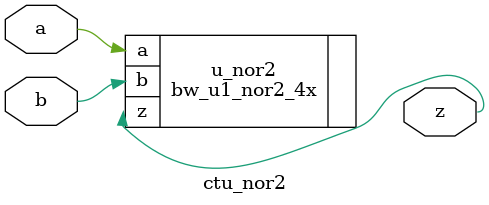
<source format=v>


`include	"sys.h" 
module ctu_synch_ref_jl(/*AUTOARG*/
// Outputs
syncdata, 
// Inputs
pll_raw_clk_out, presyncdata
);
// synopsys template
parameter SIZE = 1;

input  pll_raw_clk_out;
input  [SIZE-1:0]  presyncdata; 
output [SIZE-1:0]  syncdata;

wire [SIZE-1:0]  presyncdata_in; 

bw_u1_scanl_2x u_ctu_synch_ref_jl_0 [SIZE-1:0]
   (.sd (presyncdata[SIZE-1:0]),
    .ck (pll_raw_clk_out),
    .so (syncdata[SIZE-1:0])
    );


endmodule   

//---------------------------
//
//  Lauching clock:    jbus_clk 
//  Receiving clock :  raw_clk_out
//  Method: Latch for hold time
//
//---------------------------
module ctu_synch_jl_ref(/*AUTOARG*/
// Outputs
syncdata, 
// Inputs
jbus_clk, presyncdata
);
// synopsys template
parameter SIZE = 1;

input  jbus_clk;
input  [SIZE-1:0]  presyncdata; 
output [SIZE-1:0]  syncdata;

wire [SIZE-1:0]  presyncdata_in; 

bw_u1_scanl_2x u_ctu_synch_jl_ref_0 [SIZE-1:0]
   (.sd (presyncdata[SIZE-1:0]),
    .ck (jbus_clk),
    .so (syncdata[SIZE-1:0])
    );


endmodule   

//---------------------------
//
//  Lauching clock:    cmp_clk
//  Receiving clock :  cmp_gclk
//
//---------------------------

// Before re-time with gclk,
// the data needs to be register with local clock
// to garuantee setup 
// Since the timing is very tight (200 ps setup skew)
// We move the testmode mux to cmp_clk domain
// before sending it to cmp_gclk
// All clock enable signals

module ctu_synch_cl_cg (/*AUTOARG*/
// Outputs
syncdata, 
// Inputs
cmp_clk, start_clk_cl, arst_l, force_cken, presyncdata
);
// synopsys template
parameter SIZE = 1;

input  cmp_clk;
input  start_clk_cl;
input  arst_l;
input  force_cken;
input  [SIZE-1:0]  presyncdata; 
output [SIZE-1:0]  syncdata;

wire   [SIZE-1:0]  presyncdata_muxed; 


   assign presyncdata_muxed =  force_cken? { SIZE {1'b1}} :  {SIZE {start_clk_cl}}  & presyncdata;

   dffrl_async_ns  #(SIZE)  u_synch_jl_cl_ff1_nsr(
                   .din (presyncdata_muxed[SIZE-1:0]),
                   .clk (cmp_clk),
                   .rst_l(arst_l),
                   .q (syncdata[SIZE-1:0]));
endmodule   
//---------------------------
//
//  Lauching clock:    cmp_clk
//  Receiving clock :  dram_gclk 
//  Method: sync pulse (one clock earlier than dram_tx_sync)
//          data available on rising edge of dram_clk 
//          then clocked by dram_gclk on next edge
//
//---------------------------

module ctu_synch_cl_dl(/*AUTOARG*/
// Outputs
syncdata, 
// Inputs
cmp_clk, ctu_dram_tx_sync_early, presyncdata
);

// synopsys template
parameter SIZE = 1;
input  cmp_clk;
input  ctu_dram_tx_sync_early;
input  [SIZE-1:0]  presyncdata; 
output [SIZE-1:0]  syncdata;

   
   dffe_ns  #(SIZE)  u_synch_cl_dl_ff0(
                   .din (presyncdata[SIZE-1:0]),
                   .clk (cmp_clk),
                   .en(ctu_dram_tx_sync_early),
                   .q (syncdata[SIZE-1:0]));

endmodule   

//---------------------------
//
//  Lauching clock:    jbus_clk
//  Receiving clock :  pseudo dram_clk (make use of coincident edge)
//  Method: jbus_clk -> cmp_clk  through coin edges
//
//---------------------------

module ctu_synch_jl_dl (/*AUTOARG*/
// Outputs
syncdata, 
// Inputs
cmp_clk, jbus_rx_sync, coin_edge, arst_l, presyncdata
);

// synopsys template
parameter SIZE = 1;
input  cmp_clk;
input  jbus_rx_sync;
input  coin_edge;
input  arst_l;
input  [SIZE-1:0]  presyncdata; 
output [SIZE-1:0]  syncdata;

wire   [SIZE-1:0]  presyncdata_in; 
wire   [SIZE-1:0]  presyncdata_in_nxt;
wire   [SIZE-1:0]  syncdata_nxt;

assign presyncdata_in_nxt = jbus_rx_sync ? presyncdata: presyncdata_in; 
   
   dffrl_async_ns  #(SIZE)  u_synch_cl_dl_ff0(
                   .din (presyncdata_in_nxt[SIZE-1:0]),
                   .clk (cmp_clk),
                   .rst_l(arst_l),
                   .q (presyncdata_in[SIZE-1:0]));

assign syncdata_nxt = coin_edge ? presyncdata_in : syncdata;

   dffrl_async_ns  #(SIZE)  u_synch_cl_dl_ff2(
                   .din (syncdata_nxt[SIZE-1:0]),
                   .clk (cmp_clk),
                   .rst_l(arst_l),
                   .q (syncdata[SIZE-1:0]));

endmodule   


//---------------------------
//
//  Asynchronous interface
//
//---------------------------

module ctu_synchronizer (/*AUTOARG*/
// Outputs
syncdata, 
// Inputs
clk, presyncdata
);

// synopsys template
parameter SIZE = 1;

input clk;
input [SIZE-1:0] presyncdata;
output [SIZE-1:0] syncdata;

wire [SIZE-1:0] presyncdata_tmp;

    bw_u1_syncff_4x u_synchronizer_syncff [SIZE-1:0](.q(presyncdata_tmp),
                     .so(),
                     .ck(clk),
                     .d(presyncdata),
                     .sd(),
                     .se(1'b0)
                     );

    bw_u1_soff_2x u_synchronizer_ff[SIZE-1:0] (.q(syncdata),
                     .so(),
                     .ck(clk),
                     .d(presyncdata_tmp),
                     .sd(),
                     .se(1'b0)
                     );
endmodule


//---------------------------
//
//  Asynchronous interface (clock select blocks)
//
//---------------------------

module ctu_clksel_async_synchronizer (/*AUTOARG*/
// Outputs
syncdata, 
// Inputs
clk, presyncdata, arst_l, aset_l
);

// synopsys template
parameter SIZE = 1;

input clk;
input [SIZE-1:0] presyncdata;
input arst_l;
input aset_l;
output [SIZE-1:0] syncdata;

wire [SIZE-1:0] presyncdata_in0;
wire [SIZE-1:0] presyncdata_in1;


    bw_u1_soffasr_2x u_synchronizer_ff0_nsr[SIZE-1:0] (.q( presyncdata_in0),
                     .so(),
                     .ck(clk),
                     .d(presyncdata),
                     .sd(),
                     .se(1'b0),
                     .r_l (arst_l),
                     .s_l (aset_l)
                     );
    bw_u1_soffasr_2x u_synchronizer_ff1_nsr[SIZE-1:0] (.q( presyncdata_in1),
                     .so(),
                     .ck(clk),
                     .d(presyncdata_in0),
                     .sd(),
                     .se(1'b0),
                     .r_l (arst_l),
                     .s_l (aset_l)
                     );

    bw_u1_soffasr_2x u_synchronizer_neg_ff_nsr[SIZE-1:0] (.q( syncdata[SIZE-1:0]),
                     .so(),
                     .ck(~clk),
                     .d(presyncdata_in1[SIZE-1:0]),
                     .sd(),
                     .se(1'b0),
                     .r_l (arst_l),
                     .s_l (aset_l)
                     );

endmodule

module ctu_mux21 (d0, d1, s, z);
// synopsys template
parameter SIZE = 1;
input [SIZE-1:0] d0 ;    // data in 
input [SIZE-1:0] d1 ;    // data in 
input s;      // select

output [SIZE-1:0]      z ;

wire [SIZE-1:0] z_pre ;      

// assign z = s ? d1 : d0;

     bw_u1_muxi21_4x u_muxi21 [SIZE-1:0] (
    .z(z_pre), .d0(d0), .d1(d1), .s(s) );

     bw_u1_inv_5x u_inv [SIZE-1:0] (
     .z(z), .a(z_pre));

endmodule

//---------------------------
//
//  clock select components used in jtag
//
//---------------------------

module ctu_jtag_clk_sel_0_0_ff (/*AUTOARG*/
// Outputs
sel_clk, 
// Inputs
test_mode_pin, trst, pll_bypass_pin, sel_ff
);

input test_mode_pin;
input trst;
input pll_bypass_pin;
input sel_ff;
output sel_clk;

wire   tmp0, tmp1;

bw_u1_oai21_4x u_oai21 (.z(tmp0), .a(test_mode_pin), .b1(trst), .b2(pll_bypass_pin));
bw_u1_nand2_4x u_nand2 (.z(tmp1), .a(tmp0), .b(sel_ff));
bw_u1_inv_8x   u_inv   (.z(sel_clk), .a(tmp1) );

endmodule


module ctu_jtag_clk_sel_1_0_ff (/*AUTOARG*/
// Outputs
sel_clk, 
// Inputs
test_mode_pin, trst, pll_bypass_pin, sel_ff
); 
input test_mode_pin;
input trst;
input pll_bypass_pin;
input sel_ff;
output sel_clk;

wire   tmp0, tmp1;

bw_u1_nand2_4x u_nand2 (.z(tmp0), .a(test_mode_pin), .b(pll_bypass_pin));
bw_u1_aoi22_4x u_aoi22 (.z(tmp1), .a1(test_mode_pin), .a2(trst), .b1(tmp0), .b2(sel_ff));
bw_u1_inv_8x   u_inv   (.z(sel_clk), .a(tmp1));

endmodule


module ctu_jtag_clk_sel_0_1_ff (/*AUTOARG*/
// Outputs
sel_clk, 
// Inputs
test_mode_pin, trst, pll_bypass_pin, sel_ff
); 
input test_mode_pin;
input trst;
input pll_bypass_pin;
input sel_ff;
output sel_clk;

wire   tmp;

bw_u1_aoi21_4x u_aoi21_0 (.z(tmp), .a(sel_ff), .b1(test_mode_pin), .b2(pll_bypass_pin));
bw_u1_aoi21_4x u_aoi21_1 (.z(sel_clk), .a(tmp), .b1(test_mode_pin), .b2(trst));

endmodule


//---------------------------
//
//  gated clock components
//
//---------------------------

module ctu_and2 (z, a, b);

output z;
input  a;
input  b;

bw_u1_nand2_4x u_nand2 ( .z(tmp), .a(a),  .b(b) );
bw_u1_inv_8x   u_inv   ( .z(z),   .a(tmp) );

endmodule

module ctu_and3 (z, a, b,c);

output z;
input  a;
input  b;
input  c;

bw_u1_nand3_4x u_nand2 ( .z(tmp), .a(a),  .b(b), .c(c) );
bw_u1_inv_8x   u_inv   ( .z(z),   .a(tmp) );

endmodule
     
module ctu_inv  (z, a);

output z;
input  a;

bw_u1_inv_8x   u_inv   ( .z(z),   .a(a) );

endmodule


module ctu_or2 (z, a, b);

output z;
input  a;
input  b;

bw_u1_nor2_4x u_nor2 ( .z(tmp), .a(a),  .b(b) );
bw_u1_inv_8x   u_inv   ( .z(z),   .a(tmp) );

endmodule

module ctu_nor2 (z, a, b);

output z;
input  a;
input  b;

bw_u1_nor2_4x u_nor2 ( .z(z), .a(a),  .b(b) );

endmodule


</source>
